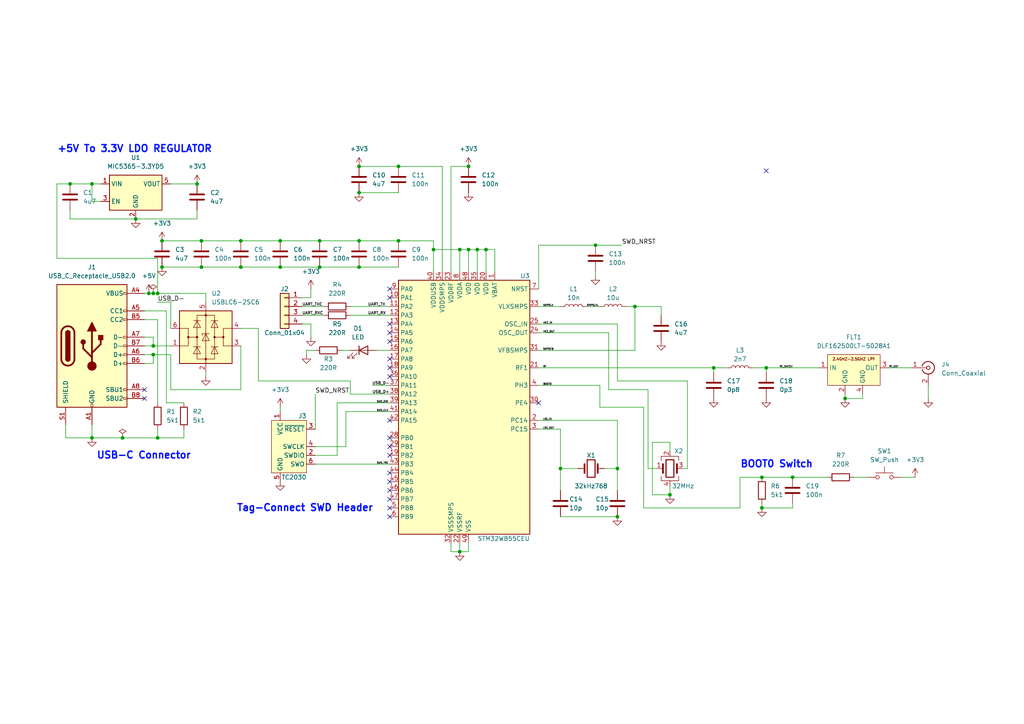
<source format=kicad_sch>
(kicad_sch (version 20230121) (generator eeschema)
  (paper "A4")
  (title_block (title "STM32 Bluetooth Hardware Design"))
  (lib_symbols
    (symbol "Connector:Conn_ARM_SWD_TagConnect_TC2030" (in_bom no)
      (property "Reference" "J" (at 2.54 11.43 0))
      (property "Value" "Conn_ARM_SWD_TagConnect_TC2030" (at 5.08 8.89 0))
      (symbol "Conn_ARM_SWD_TagConnect_TC2030_0_0"
        (pin power_in line (at -2.54 10.16 270) (length 2.54) (name "VCC") (number "1"))
        (pin bidirectional line (at 7.62 -2.54 180) (length 2.54) (name "SWDIO") (number "2"))
        (pin open_collector line (at 7.62 5.08 180) (length 2.54) (name "~{RESET}") (number "3"))
        (pin output line (at 7.62 0 180) (length 2.54) (name "SWCLK") (number "4"))
        (pin power_in line (at -2.54 -10.16 90) (length 2.54) (name "GND") (number "5"))
        (pin input line (at 7.62 -5.08 180) (length 2.54) (name "SWO") (number "6"))
      )
      (symbol "Conn_ARM_SWD_TagConnect_TC2030_0_1"
        (rectangle (start -5.08 7.62) (end 5.08 -7.62) (fill (type background)))
      )
    )
    (symbol "Connector:Conn_Coaxial" (pin_names (offset 1.016) hide)
      (property "Reference" "J" (at 0.254 3.048 0))
      (property "Value" "Conn_Coaxial" (at 2.921 0 90))
      (symbol "Conn_Coaxial_0_1"
        (arc (start -1.778 -0.508) (mid 0.2311 -1.8066) (end 1.778 0) (stroke (width 0.254)))
        (polyline (pts (xy -2.54 0) (xy -0.508 0)))
        (polyline (pts (xy 0 -2.54) (xy 0 -1.778)))
        (circle (center 0 0) (radius 0.508) (stroke (width 0.2032)))
        (arc (start 1.778 0) (mid 0.2099 1.8101) (end -1.778 0.508) (stroke (width 0.254)))
      )
      (symbol "Conn_Coaxial_1_1"
        (pin passive line (at -5.08 0 0) (length 2.54) (name "In") (number "1"))
        (pin passive line (at 0 -5.08 90) (length 2.54) (name "Ext") (number "2"))
      )
    )
    (symbol "Connector:USB_C_Receptacle_USB2.0_16P" (pin_names (offset 1.016))
      (property "Reference" "J" (at 0 22.225 0))
      (property "Value" "USB_C_Receptacle_USB2.0_16P" (at 0 19.685 0))
      (symbol "USB_C_Receptacle_USB2.0_16P_0_0"
        (rectangle (start -0.254 -17.78) (end 0.254 -16.764))
        (rectangle (start 10.16 -14.986) (end 9.144 -15.494))
        (rectangle (start 10.16 -12.446) (end 9.144 -12.954))
        (rectangle (start 10.16 -4.826) (end 9.144 -5.334))
        (rectangle (start 10.16 -2.286) (end 9.144 -2.794))
        (rectangle (start 10.16 0.254) (end 9.144 -0.254))
        (rectangle (start 10.16 2.794) (end 9.144 2.286))
        (rectangle (start 10.16 7.874) (end 9.144 7.366))
        (rectangle (start 10.16 10.414) (end 9.144 9.906))
        (rectangle (start 10.16 15.494) (end 9.144 14.986))
      )
      (symbol "USB_C_Receptacle_USB2.0_16P_0_1"
        (rectangle (start -10.16 17.78) (end 10.16 -17.78) (stroke (width 0.254)) (fill (type background)))
        (arc (start -8.89 -3.81) (mid -6.985 -5.7067) (end -5.08 -3.81) (stroke (width 0.508)))
        (arc (start -7.62 -3.81) (mid -6.985 -4.4423) (end -6.35 -3.81) (stroke (width 0.254)))
        (arc (start -7.62 -3.81) (mid -6.985 -4.4423) (end -6.35 -3.81) (stroke (width 0.254)) (fill (type outline)))
        (rectangle (start -7.62 -3.81) (end -6.35 3.81) (stroke (width 0.254)) (fill (type outline)))
        (arc (start -6.35 3.81) (mid -6.985 4.4423) (end -7.62 3.81) (stroke (width 0.254)))
        (arc (start -6.35 3.81) (mid -6.985 4.4423) (end -7.62 3.81) (stroke (width 0.254)) (fill (type outline)))
        (arc (start -5.08 3.81) (mid -6.985 5.7067) (end -8.89 3.81) (stroke (width 0.508)))
        (circle (center -2.54 1.143) (radius 0.635) (stroke (width 0.254)) (fill (type outline)))
        (circle (center 0 -5.842) (radius 1.27) (fill (type outline)))
        (polyline (pts (xy -8.89 -3.81) (xy -8.89 3.81)) (stroke (width 0.508)))
        (polyline (pts (xy -5.08 3.81) (xy -5.08 -3.81)) (stroke (width 0.508)))
        (polyline (pts (xy 0 -5.842) (xy 0 4.318)) (stroke (width 0.508)))
        (polyline (pts (xy 0 -3.302) (xy -2.54 -0.762) (xy -2.54 0.508)) (stroke (width 0.508)))
        (polyline (pts (xy 0 -2.032) (xy 2.54 0.508) (xy 2.54 1.778)) (stroke (width 0.508)))
        (polyline (pts (xy -1.27 4.318) (xy 0 6.858) (xy 1.27 4.318) (xy -1.27 4.318)) (stroke (width 0.254)) (fill (type outline)))
        (rectangle (start 1.905 1.778) (end 3.175 3.048) (stroke (width 0.254)) (fill (type outline)))
      )
      (symbol "USB_C_Receptacle_USB2.0_16P_1_1"
        (pin passive line (at 0 -22.86 90) (length 5.08) (name "GND") (number "A1"))
        (pin passive line (at 0 -22.86 90) (length 5.08) hide (name "GND") (number "A12"))
        (pin passive line (at 15.24 15.24 180) (length 5.08) (name "VBUS") (number "A4"))
        (pin bidirectional line (at 15.24 10.16 180) (length 5.08) (name "CC1") (number "A5"))
        (pin bidirectional line (at 15.24 -2.54 180) (length 5.08) (name "D+") (number "A6"))
        (pin bidirectional line (at 15.24 2.54 180) (length 5.08) (name "D-") (number "A7"))
        (pin bidirectional line (at 15.24 -12.7 180) (length 5.08) (name "SBU1") (number "A8"))
        (pin passive line (at 15.24 15.24 180) (length 5.08) hide (name "VBUS") (number "A9"))
        (pin passive line (at 0 -22.86 90) (length 5.08) hide (name "GND") (number "B1"))
        (pin passive line (at 0 -22.86 90) (length 5.08) hide (name "GND") (number "B12"))
        (pin passive line (at 15.24 15.24 180) (length 5.08) hide (name "VBUS") (number "B4"))
        (pin bidirectional line (at 15.24 7.62 180) (length 5.08) (name "CC2") (number "B5"))
        (pin bidirectional line (at 15.24 -5.08 180) (length 5.08) (name "D+") (number "B6"))
        (pin bidirectional line (at 15.24 0 180) (length 5.08) (name "D-") (number "B7"))
        (pin bidirectional line (at 15.24 -15.24 180) (length 5.08) (name "SBU2") (number "B8"))
        (pin passive line (at 15.24 15.24 180) (length 5.08) hide (name "VBUS") (number "B9"))
        (pin passive line (at -7.62 -22.86 90) (length 5.08) (name "SHIELD") (number "S1"))
      )
    )
    (symbol "Connector_Generic:Conn_01x04" (pin_names (offset 1.016) hide)
      (property "Reference" "J" (at 0 5.08 0))
      (property "Value" "Conn_01x04" (at 0 -7.62 0))
      (symbol "Conn_01x04_1_1"
        (rectangle (start -1.27 -4.953) (end 0 -5.207) (stroke (width 0.1524)))
        (rectangle (start -1.27 -2.413) (end 0 -2.667) (stroke (width 0.1524)))
        (rectangle (start -1.27 0.127) (end 0 -0.127) (stroke (width 0.1524)))
        (rectangle (start -1.27 2.667) (end 0 2.413) (stroke (width 0.1524)))
        (rectangle (start -1.27 3.81) (end 1.27 -6.35) (stroke (width 0.254)) (fill (type background)))
        (pin passive line (at -5.08 2.54 0) (length 3.81) (name "Pin_1") (number "1"))
        (pin passive line (at -5.08 0 0) (length 3.81) (name "Pin_2") (number "2"))
        (pin passive line (at -5.08 -2.54 0) (length 3.81) (name "Pin_3") (number "3"))
        (pin passive line (at -5.08 -5.08 0) (length 3.81) (name "Pin_4") (number "4"))
      )
    )
    (symbol "Device:C" (pin_numbers hide) (pin_names (offset 0.254))
      (property "Reference" "C" (at 0.635 2.54 0))
      (property "Value" "C" (at 0.635 -2.54 0))
      (symbol "C_0_1"
        (polyline (pts (xy -2.032 -0.762) (xy 2.032 -0.762)) (stroke (width 0.508)))
        (polyline (pts (xy -2.032 0.762) (xy 2.032 0.762)) (stroke (width 0.508)))
      )
      (symbol "C_1_1"
        (pin passive line (at 0 3.81 270) (length 2.794) (name "~") (number "1"))
        (pin passive line (at 0 -3.81 90) (length 2.794) (name "~") (number "2"))
      )
    )
    (symbol "Device:Crystal" (pin_numbers hide) (pin_names (offset 1.016) hide)
      (property "Reference" "Y" (at 0 3.81 0))
      (property "Value" "Crystal" (at 0 -3.81 0))
      (symbol "Crystal_0_1"
        (rectangle (start -1.143 2.54) (end 1.143 -2.54) (stroke (width 0.3048)))
        (polyline (pts (xy -2.54 0) (xy -1.905 0)))
        (polyline (pts (xy -1.905 -1.27) (xy -1.905 1.27)) (stroke (width 0.508)))
        (polyline (pts (xy 1.905 -1.27) (xy 1.905 1.27)) (stroke (width 0.508)))
        (polyline (pts (xy 2.54 0) (xy 1.905 0)))
      )
      (symbol "Crystal_1_1"
        (pin passive line (at -3.81 0 0) (length 1.27) (name "1") (number "1"))
        (pin passive line (at 3.81 0 180) (length 1.27) (name "2") (number "2"))
      )
    )
    (symbol "Device:Crystal_GND24" (pin_names (offset 1.016) hide)
      (property "Reference" "Y" (at 3.175 5.08 0))
      (property "Value" "Crystal_GND24" (at 3.175 3.175 0))
      (symbol "Crystal_GND24_0_1"
        (rectangle (start -1.143 2.54) (end 1.143 -2.54) (stroke (width 0.3048)))
        (polyline (pts (xy -2.54 0) (xy -2.032 0)))
        (polyline (pts (xy -2.032 -1.27) (xy -2.032 1.27)) (stroke (width 0.508)))
        (polyline (pts (xy 0 -3.81) (xy 0 -3.556)))
        (polyline (pts (xy 0 3.556) (xy 0 3.81)))
        (polyline (pts (xy 2.032 -1.27) (xy 2.032 1.27)) (stroke (width 0.508)))
        (polyline (pts (xy 2.032 0) (xy 2.54 0)))
        (polyline (pts (xy -2.54 -2.286) (xy -2.54 -3.556) (xy 2.54 -3.556) (xy 2.54 -2.286)))
        (polyline (pts (xy -2.54 2.286) (xy -2.54 3.556) (xy 2.54 3.556) (xy 2.54 2.286)))
      )
      (symbol "Crystal_GND24_1_1"
        (pin passive line (at -3.81 0 0) (length 1.27) (name "1") (number "1"))
        (pin passive line (at 0 5.08 270) (length 1.27) (name "2") (number "2"))
        (pin passive line (at 3.81 0 180) (length 1.27) (name "3") (number "3"))
        (pin passive line (at 0 -5.08 90) (length 1.27) (name "4") (number "4"))
      )
    )
    (symbol "Device:L" (pin_numbers hide) (pin_names (offset 1.016) hide)
      (property "Reference" "L" (at -1.27 0 90))
      (property "Value" "L" (at 1.905 0 90))
      (symbol "L_0_1"
        (arc (start 0 -2.54) (mid 0.6323 -1.905) (end 0 -1.27))
        (arc (start 0 -1.27) (mid 0.6323 -0.635) (end 0 0))
        (arc (start 0 0) (mid 0.6323 0.635) (end 0 1.27))
        (arc (start 0 1.27) (mid 0.6323 1.905) (end 0 2.54))
      )
      (symbol "L_1_1"
        (pin passive line (at 0 3.81 270) (length 1.27) (name "1") (number "1"))
        (pin passive line (at 0 -3.81 90) (length 1.27) (name "2") (number "2"))
      )
    )
    (symbol "Device:LED" (pin_numbers hide) (pin_names (offset 1.016) hide)
      (property "Reference" "D" (at 0 2.54 0))
      (property "Value" "LED" (at 0 -2.54 0))
      (symbol "LED_0_1"
        (polyline (pts (xy -1.27 -1.27) (xy -1.27 1.27)) (stroke (width 0.254)))
        (polyline (pts (xy -1.27 0) (xy 1.27 0)))
        (polyline (pts (xy 1.27 -1.27) (xy 1.27 1.27) (xy -1.27 0) (xy 1.27 -1.27)) (stroke (width 0.254)))
        (polyline (pts (xy -3.048 -0.762) (xy -4.572 -2.286) (xy -3.81 -2.286) (xy -4.572 -2.286) (xy -4.572 -1.524)))
        (polyline (pts (xy -1.778 -0.762) (xy -3.302 -2.286) (xy -2.54 -2.286) (xy -3.302 -2.286) (xy -3.302 -1.524)))
      )
      (symbol "LED_1_1"
        (pin passive line (at -3.81 0 0) (length 2.54) (name "K") (number "1"))
        (pin passive line (at 3.81 0 180) (length 2.54) (name "A") (number "2"))
      )
    )
    (symbol "Device:R" (pin_numbers hide) (pin_names (offset 0))
      (property "Reference" "R" (at 2.032 0 90))
      (property "Value" "R" (at 0 0 90))
      (symbol "R_0_1"
        (rectangle (start -1.016 -2.54) (end 1.016 2.54) (stroke (width 0.254)))
      )
      (symbol "R_1_1"
        (pin passive line (at 0 3.81 270) (length 1.27) (name "~") (number "1"))
        (pin passive line (at 0 -3.81 90) (length 1.27) (name "~") (number "2"))
      )
    )
    (symbol "MCU_ST_STM32WB:STM32WB55CEUx"
      (property "Reference" "U" (at -17.78 39.37 0))
      (property "Value" "STM32WB55CEUx" (at 12.7 39.37 0))
      (symbol "STM32WB55CEUx_0_1"
        (rectangle (start -17.78 -35.56) (end 20.32 38.1) (stroke (width 0.254)) (fill (type background)))
      )
      (symbol "STM32WB55CEUx_1_1"
        (pin power_in line (at -7.62 40.64 270) (length 2.54) (name "VBAT") (number "1"))
        (pin bidirectional line (at 22.86 33.02 180) (length 2.54) (name "PA1") (number "10"))
        (pin bidirectional line (at 22.86 30.48 180) (length 2.54) (name "PA2") (number "11"))
        (pin bidirectional line (at 22.86 27.94 180) (length 2.54) (name "PA3") (number "12"))
        (pin bidirectional line (at 22.86 25.4 180) (length 2.54) (name "PA4") (number "13"))
        (pin bidirectional line (at 22.86 22.86 180) (length 2.54) (name "PA5") (number "14"))
        (pin bidirectional line (at 22.86 20.32 180) (length 2.54) (name "PA6") (number "15"))
        (pin bidirectional line (at 22.86 17.78 180) (length 2.54) (name "PA7") (number "16"))
        (pin bidirectional line (at 22.86 15.24 180) (length 2.54) (name "PA8") (number "17"))
        (pin bidirectional line (at 22.86 12.7 180) (length 2.54) (name "PA9") (number "18"))
        (pin bidirectional line (at 22.86 -12.7 180) (length 2.54) (name "PB2") (number "19"))
        (pin bidirectional line (at -20.32 -2.54 0) (length 2.54) (name "PC14") (number "2"))
        (pin power_in line (at -5.08 40.64 270) (length 2.54) (name "VDD") (number "20"))
        (pin bidirectional line (at -20.32 12.7 0) (length 2.54) (name "RF1") (number "21"))
        (pin power_in line (at 2.54 -38.1 90) (length 2.54) (name "VSSRF") (number "22"))
        (pin power_in line (at 5.08 40.64 270) (length 2.54) (name "VDDRF") (number "23"))
        (pin input line (at -20.32 22.86 0) (length 2.54) (name "OSC_OUT") (number "24"))
        (pin input line (at -20.32 25.4 0) (length 2.54) (name "OSC_IN") (number "25"))
        (pin no_connect line (at -17.78 -35.56 0) (length 2.54) hide (name "AT0") (number "26"))
        (pin no_connect line (at -17.78 -33.02 0) (length 2.54) hide (name "AT1") (number "27"))
        (pin bidirectional line (at 22.86 -7.62 180) (length 2.54) (name "PB0") (number "28"))
        (pin bidirectional line (at 22.86 -10.16 180) (length 2.54) (name "PB1") (number "29"))
        (pin bidirectional line (at -20.32 -5.08 0) (length 2.54) (name "PC15") (number "3"))
        (pin bidirectional line (at -20.32 2.54 0) (length 2.54) (name "PE4") (number "30"))
        (pin input line (at -20.32 17.78 0) (length 2.54) (name "VFBSMPS") (number "31"))
        (pin power_in line (at 5.08 -38.1 90) (length 2.54) (name "VSSSMPS") (number "32"))
        (pin power_in line (at -20.32 30.48 0) (length 2.54) (name "VLXSMPS") (number "33"))
        (pin power_in line (at 7.62 40.64 270) (length 2.54) (name "VDDSMPS") (number "34"))
        (pin power_in line (at -2.54 40.64 270) (length 2.54) (name "VDD") (number "35"))
        (pin bidirectional line (at 22.86 10.16 180) (length 2.54) (name "PA10") (number "36"))
        (pin bidirectional line (at 22.86 7.62 180) (length 2.54) (name "PA11") (number "37"))
        (pin bidirectional line (at 22.86 5.08 180) (length 2.54) (name "PA12") (number "38"))
        (pin bidirectional line (at 22.86 2.54 180) (length 2.54) (name "PA13") (number "39"))
        (pin bidirectional line (at -20.32 7.62 0) (length 2.54) (name "PH3") (number "4"))
        (pin power_in line (at 10.16 40.64 270) (length 2.54) (name "VDDUSB") (number "40"))
        (pin bidirectional line (at 22.86 0 180) (length 2.54) (name "PA14") (number "41"))
        (pin bidirectional line (at 22.86 -2.54 180) (length 2.54) (name "PA15") (number "42"))
        (pin bidirectional line (at 22.86 -15.24 180) (length 2.54) (name "PB3") (number "43"))
        (pin bidirectional line (at 22.86 -17.78 180) (length 2.54) (name "PB4") (number "44"))
        (pin bidirectional line (at 22.86 -20.32 180) (length 2.54) (name "PB5") (number "45"))
        (pin bidirectional line (at 22.86 -22.86 180) (length 2.54) (name "PB6") (number "46"))
        (pin bidirectional line (at 22.86 -25.4 180) (length 2.54) (name "PB7") (number "47"))
        (pin power_in line (at 0 40.64 270) (length 2.54) (name "VDD") (number "48"))
        (pin power_in line (at 0 -38.1 90) (length 2.54) (name "VSS") (number "49"))
        (pin bidirectional line (at 22.86 -27.94 180) (length 2.54) (name "PB8") (number "5"))
        (pin bidirectional line (at 22.86 -30.48 180) (length 2.54) (name "PB9") (number "6"))
        (pin input line (at -20.32 35.56 0) (length 2.54) (name "NRST") (number "7"))
        (pin power_in line (at 2.54 40.64 270) (length 2.54) (name "VDDA") (number "8"))
        (pin bidirectional line (at 22.86 35.56 180) (length 2.54) (name "PA0") (number "9"))
      )
    )
    (symbol "New_Library:DLF162500LT-5028A1"
      (property "Reference" "FLT" (at 0 7.62 0))
      (property "Value" "DLF162500LT-5028A1" (at 0 5.08 0))
      (symbol "DLF162500LT-5028A1_0_0"
        (pin passive line (at -10.16 0 0) (length 2.54) (name "IN") (number "1"))
        (pin passive line (at -2.54 -7.62 90) (length 2.54) (name "GND") (number "2"))
        (pin passive line (at 10.16 0 180) (length 2.54) (name "OUT") (number "3"))
        (pin passive line (at 2.54 -7.62 90) (length 2.54) (name "GND") (number "4"))
      )
      (symbol "DLF162500LT-5028A1_1_1"
        (rectangle (start -7.62 3.81) (end 7.62 -5.08) (fill (type background)))
        (text "2.4GHZ-2.5GHZ LPF" (at 0 2.54 0) (effects (font (size 0.8 0.8))))
      )
    )
    (symbol "Power_Protection:USBLC6-2SC6" (pin_names hide)
      (property "Reference" "U" (at 2.54 8.89 0))
      (property "Value" "USBLC6-2SC6" (at 2.54 -8.89 0))
      (symbol "USBLC6-2SC6_0_1"
        (rectangle (start -7.62 -7.62) (end 7.62 7.62) (stroke (width 0.254)) (fill (type background)))
        (circle (center -5.08 0) (radius 0.254) (fill (type outline)))
        (circle (center -2.54 0) (radius 0.254) (fill (type outline)))
        (rectangle (start -2.54 6.35) (end 2.54 -6.35))
        (circle (center 0 -6.35) (radius 0.254) (fill (type outline)))
        (polyline (pts (xy -5.08 -2.54) (xy -7.62 -2.54)))
        (polyline (pts (xy -5.08 0) (xy -5.08 -2.54)))
        (polyline (pts (xy -5.08 2.54) (xy -7.62 2.54)))
        (polyline (pts (xy -1.524 -2.794) (xy -3.556 -2.794)))
        (polyline (pts (xy -1.524 4.826) (xy -3.556 4.826)))
        (polyline (pts (xy 0 -7.62) (xy 0 -6.35)))
        (polyline (pts (xy 0 -6.35) (xy 0 1.27)))
        (polyline (pts (xy 0 1.27) (xy 0 6.35)))
        (polyline (pts (xy 0 6.35) (xy 0 7.62)))
        (polyline (pts (xy 1.524 -2.794) (xy 3.556 -2.794)))
        (polyline (pts (xy 1.524 4.826) (xy 3.556 4.826)))
        (polyline (pts (xy 5.08 -2.54) (xy 7.62 -2.54)))
        (polyline (pts (xy 5.08 0) (xy 5.08 -2.54)))
        (polyline (pts (xy 5.08 2.54) (xy 7.62 2.54)))
        (polyline (pts (xy -2.54 0) (xy -5.08 0) (xy -5.08 2.54)))
        (polyline (pts (xy 2.54 0) (xy 5.08 0) (xy 5.08 2.54)))
        (polyline (pts (xy -3.556 -4.826) (xy -1.524 -4.826) (xy -2.54 -2.794) (xy -3.556 -4.826)))
        (polyline (pts (xy -3.556 2.794) (xy -1.524 2.794) (xy -2.54 4.826) (xy -3.556 2.794)))
        (polyline (pts (xy -1.016 -1.016) (xy 1.016 -1.016) (xy 0 1.016) (xy -1.016 -1.016)))
        (polyline (pts (xy 1.016 1.016) (xy 0.762 1.016) (xy -1.016 1.016) (xy -1.016 0.508)))
        (polyline (pts (xy 3.556 -4.826) (xy 1.524 -4.826) (xy 2.54 -2.794) (xy 3.556 -4.826)))
        (polyline (pts (xy 3.556 2.794) (xy 1.524 2.794) (xy 2.54 4.826) (xy 3.556 2.794)))
        (circle (center 0 6.35) (radius 0.254) (fill (type outline)))
        (circle (center 2.54 0) (radius 0.254) (fill (type outline)))
        (circle (center 5.08 0) (radius 0.254) (fill (type outline)))
      )
      (symbol "USBLC6-2SC6_1_1"
        (pin passive line (at -10.16 -2.54 0) (length 2.54) (name "I/O1") (number "1"))
        (pin passive line (at 0 -10.16 90) (length 2.54) (name "GND") (number "2"))
        (pin passive line (at 10.16 -2.54 180) (length 2.54) (name "I/O2") (number "3"))
        (pin passive line (at 10.16 2.54 180) (length 2.54) (name "I/O2") (number "4"))
        (pin passive line (at 0 10.16 270) (length 2.54) (name "VBUS") (number "5"))
        (pin passive line (at -10.16 2.54 0) (length 2.54) (name "I/O1") (number "6"))
      )
    )
    (symbol "Regulator_Linear:MIC5365-3.3YD5"
      (property "Reference" "U" (at -7.62 6.35 0))
      (property "Value" "MIC5365-3.3YD5" (at 0 6.35 0))
      (symbol "MIC5365-3.3YD5_0_1"
        (rectangle (start -7.62 -5.08) (end 7.62 5.08) (stroke (width 0.254)) (fill (type background)))
      )
      (symbol "MIC5365-3.3YD5_1_1"
        (pin power_in line (at -10.16 2.54 0) (length 2.54) (name "VIN") (number "1"))
        (pin power_in line (at 0 -7.62 90) (length 2.54) (name "GND") (number "2"))
        (pin input line (at -10.16 -2.54 0) (length 2.54) (name "EN") (number "3"))
        (pin no_connect line (at 7.62 -2.54 180) (length 2.54) hide (name "NC") (number "4"))
        (pin power_out line (at 10.16 2.54 180) (length 2.54) (name "VOUT") (number "5"))
      )
    )
    (symbol "Switch:SW_Push" (pin_numbers hide) (pin_names (offset 1.016) hide)
      (property "Reference" "SW" (at 1.27 2.54 0))
      (property "Value" "SW_Push" (at 0 -1.524 0))
      (symbol "SW_Push_0_1"
        (circle (center -2.032 0) (radius 0.508))
        (polyline (pts (xy 0 1.27) (xy 0 3.048)))
        (polyline (pts (xy 2.54 1.27) (xy -2.54 1.27)))
        (circle (center 2.032 0) (radius 0.508))
        (pin passive line (at -5.08 0 0) (length 2.54) (name "1") (number "1"))
        (pin passive line (at 5.08 0 180) (length 2.54) (name "2") (number "2"))
      )
    )
    (symbol "power:+3V3" (power) (pin_names (offset 0))
      (property "Value" "+3V3" (at 0 3.556 0))
      (symbol "+3V3_0_1"
        (polyline (pts (xy -0.762 1.27) (xy 0 2.54)))
        (polyline (pts (xy 0 0) (xy 0 2.54)))
        (polyline (pts (xy 0 2.54) (xy 0.762 1.27)))
      )
      (symbol "+3V3_1_1"
        (pin power_in line (at 0 0 90) (length 0) hide (name "+3V3") (number "1"))
      )
    )
    (symbol "power:+5V" (power) (pin_names (offset 0))
      (property "Value" "+5V" (at 0 3.556 0))
      (symbol "+5V_0_1"
        (polyline (pts (xy -0.762 1.27) (xy 0 2.54)))
        (polyline (pts (xy 0 0) (xy 0 2.54)))
        (polyline (pts (xy 0 2.54) (xy 0.762 1.27)))
      )
      (symbol "+5V_1_1"
        (pin power_in line (at 0 0 90) (length 0) hide (name "+5V") (number "1"))
      )
    )
    (symbol "power:GND" (power) (pin_names (offset 0))
      (property "Value" "GND" (at 0 -3.81 0))
      (symbol "GND_0_1"
        (polyline (pts (xy 0 0) (xy 0 -1.27) (xy 1.27 -1.27) (xy 0 -2.54) (xy -1.27 -1.27) (xy 0 -1.27)))
      )
      (symbol "GND_1_1"
        (pin power_in line (at 0 0 270) (length 0) hide (name "GND") (number "1"))
      )
    )
    (symbol "power:PWR_FLAG" (power) (pin_numbers hide) (pin_names (offset 0) hide)
      (property "Value" "PWR_FLAG" (at 0 3.81 0))
      (symbol "PWR_FLAG_0_0"
        (pin power_out line (at 0 0 90) (length 0) (name "pwr") (number "1"))
      )
      (symbol "PWR_FLAG_0_1"
        (polyline (pts (xy 0 0) (xy 0 1.27) (xy -1.016 1.905) (xy 0 2.54) (xy 1.016 1.905) (xy 0 1.27)))
      )
    )
  )
  (junction (at 220.98 138.43))
  (junction (at 26.67 127))
  (junction (at 69.85 77.47))
  (junction (at 92.71 69.85))
  (junction (at 104.14 77.47))
  (junction (at 133.35 160.02))
  (junction (at 140.97 72.39))
  (junction (at 115.57 48.26))
  (junction (at 45.72 85.09))
  (junction (at 44.45 102.87))
  (junction (at 179.07 149.86))
  (junction (at 46.99 69.85))
  (junction (at 135.89 48.26))
  (junction (at 43.18 85.09))
  (junction (at 104.14 55.88))
  (junction (at 125.73 72.39))
  (junction (at 104.14 69.85))
  (junction (at 58.42 77.47))
  (junction (at 104.14 48.26))
  (junction (at 81.28 69.85))
  (junction (at 92.71 77.47))
  (junction (at 58.42 69.85))
  (junction (at 184.15 88.9))
  (junction (at 20.32 53.34))
  (junction (at 57.15 53.34))
  (junction (at 162.56 135.89))
  (junction (at 133.35 72.39))
  (junction (at 45.72 127))
  (junction (at 26.67 53.34))
  (junction (at 135.89 72.39))
  (junction (at 220.98 147.32))
  (junction (at 172.72 71.12))
  (junction (at 179.07 135.89))
  (junction (at 115.57 69.85))
  (junction (at 222.25 106.68))
  (junction (at 44.45 100.33))
  (junction (at 194.31 143.51))
  (junction (at 245.11 115.57))
  (junction (at 229.87 138.43))
  (junction (at 69.85 69.85))
  (junction (at 46.99 77.47))
  (junction (at 39.37 63.5))
  (junction (at 81.28 77.47))
  (junction (at 207.01 106.68))
  (junction (at 138.43 72.39))
  (junction (at 35.56 127))
  (junction (at 44.45 85.09))
  (no_connect (at 156.21 116.84))
  (no_connect (at 113.03 121.92))
  (no_connect (at 113.03 147.32))
  (no_connect (at 113.03 106.68))
  (no_connect (at 41.91 115.57))
  (no_connect (at 113.03 142.24))
  (no_connect (at 113.03 139.7))
  (no_connect (at 113.03 83.82))
  (no_connect (at 113.03 132.08))
  (no_connect (at 113.03 127))
  (no_connect (at 222.25 49.53))
  (no_connect (at 113.03 144.78))
  (no_connect (at 113.03 86.36))
  (no_connect (at 113.03 109.22))
  (no_connect (at 113.03 104.14))
  (no_connect (at 113.03 96.52))
  (no_connect (at 113.03 93.98))
  (no_connect (at 113.03 149.86))
  (no_connect (at 113.03 137.16))
  (no_connect (at 113.03 99.06))
  (no_connect (at 113.03 129.54))
  (no_connect (at 41.91 113.03))
  (wire (pts (xy 125.73 78.74) (xy 125.73 72.39)))
  (wire (pts (xy 107.95 111.76) (xy 113.03 111.76)))
  (wire (pts (xy 175.26 135.89) (xy 179.07 135.89)))
  (wire (pts (xy 101.6 114.3) (xy 113.03 114.3)))
  (wire (pts (xy 245.11 114.3) (xy 245.11 115.57)))
  (wire (pts (xy 97.79 116.84) (xy 113.03 116.84)))
  (wire (pts (xy 135.89 157.48) (xy 135.89 160.02)))
  (wire (pts (xy 46.99 69.85) (xy 58.42 69.85)))
  (wire (pts (xy 87.63 93.98) (xy 90.17 93.98)))
  (wire (pts (xy 91.44 101.6) (xy 88.9 101.6)))
  (wire (pts (xy 207.01 106.68) (xy 210.82 106.68)))
  (wire (pts (xy 19.05 123.19) (xy 19.05 127)))
  (wire (pts (xy 92.71 77.47) (xy 104.14 77.47)))
  (wire (pts (xy 104.14 48.26) (xy 115.57 48.26)))
  (wire (pts (xy 100.33 129.54) (xy 91.44 129.54)))
  (wire (pts (xy 261.62 138.43) (xy 265.43 138.43)))
  (wire (pts (xy 101.6 110.49) (xy 74.93 110.49)))
  (wire (pts (xy 156.21 93.98) (xy 179.07 93.98)))
  (wire (pts (xy 179.07 93.98) (xy 179.07 110.49)))
  (wire (pts (xy 69.85 69.85) (xy 81.28 69.85)))
  (wire (pts (xy 100.33 119.38) (xy 100.33 129.54)))
  (wire (pts (xy 218.44 106.68) (xy 222.25 106.68)))
  (wire (pts (xy 130.81 48.26) (xy 135.89 48.26)))
  (wire (pts (xy 29.21 53.34) (xy 26.67 53.34)))
  (wire (pts (xy 58.42 77.47) (xy 69.85 77.47)))
  (wire (pts (xy 143.51 78.74) (xy 143.51 72.39)))
  (wire (pts (xy 220.98 146.05) (xy 220.98 147.32)))
  (wire (pts (xy 186.69 118.11) (xy 186.69 147.32)))
  (wire (pts (xy 45.72 127) (xy 45.72 124.46)))
  (wire (pts (xy 97.79 132.08) (xy 97.79 116.84)))
  (wire (pts (xy 90.17 86.36) (xy 90.17 83.82)))
  (wire (pts (xy 26.67 53.34) (xy 20.32 53.34)))
  (wire (pts (xy 59.69 107.95) (xy 59.69 109.22)))
  (wire (pts (xy 257.81 106.68) (xy 264.16 106.68)))
  (wire (pts (xy 59.69 85.09) (xy 59.69 87.63)))
  (wire (pts (xy 41.91 102.87) (xy 44.45 102.87)))
  (wire (pts (xy 74.93 110.49) (xy 74.93 95.25)))
  (wire (pts (xy 133.35 72.39) (xy 125.73 72.39)))
  (wire (pts (xy 26.67 127) (xy 35.56 127)))
  (wire (pts (xy 162.56 135.89) (xy 162.56 142.24)))
  (wire (pts (xy 46.99 77.47) (xy 58.42 77.47)))
  (wire (pts (xy 135.89 72.39) (xy 133.35 72.39)))
  (wire (pts (xy 81.28 77.47) (xy 92.71 77.47)))
  (wire (pts (xy 130.81 160.02) (xy 133.35 160.02)))
  (wire (pts (xy 48.26 116.84) (xy 53.34 116.84)))
  (wire (pts (xy 91.44 134.62) (xy 113.03 134.62)))
  (wire (pts (xy 53.34 124.46) (xy 53.34 127)))
  (wire (pts (xy 156.21 101.6) (xy 184.15 101.6)))
  (wire (pts (xy 20.32 63.5) (xy 20.32 60.96)))
  (wire (pts (xy 133.35 157.48) (xy 133.35 160.02)))
  (wire (pts (xy 220.98 138.43) (xy 229.87 138.43)))
  (wire (pts (xy 162.56 135.89) (xy 167.64 135.89)))
  (wire (pts (xy 41.91 92.71) (xy 45.72 92.71)))
  (wire (pts (xy 49.53 53.34) (xy 57.15 53.34)))
  (wire (pts (xy 26.67 123.19) (xy 26.67 127)))
  (wire (pts (xy 87.63 91.44) (xy 93.98 91.44)))
  (wire (pts (xy 214.63 138.43) (xy 220.98 138.43)))
  (wire (pts (xy 135.89 160.02) (xy 133.35 160.02)))
  (wire (pts (xy 187.96 135.89) (xy 190.5 135.89)))
  (wire (pts (xy 214.63 147.32) (xy 214.63 138.43)))
  (wire (pts (xy 45.72 92.71) (xy 45.72 116.84)))
  (wire (pts (xy 125.73 72.39) (xy 125.73 69.85)))
  (wire (pts (xy 140.97 72.39) (xy 140.97 78.74)))
  (wire (pts (xy 44.45 97.79) (xy 44.45 100.33)))
  (wire (pts (xy 45.72 87.63) (xy 49.53 87.63)))
  (wire (pts (xy 229.87 138.43) (xy 240.03 138.43)))
  (wire (pts (xy 87.63 88.9) (xy 93.98 88.9)))
  (wire (pts (xy 179.07 121.92) (xy 179.07 135.89)))
  (wire (pts (xy 186.69 147.32) (xy 214.63 147.32)))
  (wire (pts (xy 181.61 88.9) (xy 184.15 88.9)))
  (wire (pts (xy 199.39 110.49) (xy 199.39 135.89)))
  (wire (pts (xy 49.53 95.25) (xy 49.53 87.63)))
  (wire (pts (xy 41.91 90.17) (xy 48.26 90.17)))
  (wire (pts (xy 49.53 102.87) (xy 49.53 113.03)))
  (wire (pts (xy 229.87 146.05) (xy 229.87 147.32)))
  (wire (pts (xy 44.45 102.87) (xy 49.53 102.87)))
  (wire (pts (xy 247.65 138.43) (xy 251.46 138.43)))
  (wire (pts (xy 187.96 113.03) (xy 187.96 135.89)))
  (wire (pts (xy 184.15 101.6) (xy 184.15 88.9)))
  (wire (pts (xy 189.23 128.27) (xy 194.31 128.27)))
  (wire (pts (xy 184.15 88.9) (xy 191.77 88.9)))
  (wire (pts (xy 130.81 157.48) (xy 130.81 160.02)))
  (wire (pts (xy 29.21 58.42) (xy 26.67 58.42)))
  (wire (pts (xy 104.14 55.88) (xy 115.57 55.88)))
  (wire (pts (xy 191.77 88.9) (xy 191.77 91.44)))
  (wire (pts (xy 222.25 106.68) (xy 237.49 106.68)))
  (wire (pts (xy 138.43 72.39) (xy 138.43 78.74)))
  (wire (pts (xy 109.22 101.6) (xy 113.03 101.6)))
  (wire (pts (xy 207.01 106.68) (xy 207.01 107.95)))
  (wire (pts (xy 245.11 115.57) (xy 250.19 115.57)))
  (wire (pts (xy 250.19 115.57) (xy 250.19 114.3)))
  (wire (pts (xy 101.6 91.44) (xy 113.03 91.44)))
  (wire (pts (xy 45.72 74.93) (xy 45.72 85.09)))
  (wire (pts (xy 41.91 100.33) (xy 44.45 100.33)))
  (wire (pts (xy 91.44 114.3) (xy 91.44 124.46)))
  (wire (pts (xy 104.14 77.47) (xy 115.57 77.47)))
  (wire (pts (xy 69.85 113.03) (xy 69.85 100.33)))
  (wire (pts (xy 156.21 96.52) (xy 176.53 96.52)))
  (wire (pts (xy 91.44 132.08) (xy 97.79 132.08)))
  (wire (pts (xy 101.6 88.9) (xy 113.03 88.9)))
  (wire (pts (xy 130.81 78.74) (xy 130.81 48.26)))
  (wire (pts (xy 156.21 71.12) (xy 172.72 71.12)))
  (wire (pts (xy 45.72 85.09) (xy 59.69 85.09)))
  (wire (pts (xy 81.28 69.85) (xy 92.71 69.85)))
  (wire (pts (xy 156.21 88.9) (xy 162.56 88.9)))
  (wire (pts (xy 162.56 149.86) (xy 179.07 149.86)))
  (wire (pts (xy 92.71 69.85) (xy 104.14 69.85)))
  (wire (pts (xy 140.97 72.39) (xy 138.43 72.39)))
  (wire (pts (xy 156.21 83.82) (xy 156.21 71.12)))
  (wire (pts (xy 176.53 96.52) (xy 176.53 113.03)))
  (wire (pts (xy 179.07 110.49) (xy 199.39 110.49)))
  (wire (pts (xy 156.21 106.68) (xy 207.01 106.68)))
  (wire (pts (xy 128.27 48.26) (xy 128.27 78.74)))
  (wire (pts (xy 269.24 111.76) (xy 269.24 115.57)))
  (wire (pts (xy 43.18 85.09) (xy 44.45 85.09)))
  (wire (pts (xy 162.56 124.46) (xy 162.56 135.89)))
  (wire (pts (xy 44.45 100.33) (xy 49.53 100.33)))
  (wire (pts (xy 19.05 127) (xy 26.67 127)))
  (wire (pts (xy 41.91 97.79) (xy 44.45 97.79)))
  (wire (pts (xy 156.21 121.92) (xy 179.07 121.92)))
  (wire (pts (xy 173.99 118.11) (xy 186.69 118.11)))
  (wire (pts (xy 57.15 60.96) (xy 57.15 63.5)))
  (wire (pts (xy 48.26 90.17) (xy 48.26 116.84)))
  (wire (pts (xy 87.63 86.36) (xy 90.17 86.36)))
  (wire (pts (xy 170.18 88.9) (xy 173.99 88.9)))
  (wire (pts (xy 113.03 119.38) (xy 100.33 119.38)))
  (wire (pts (xy 74.93 95.25) (xy 69.85 95.25)))
  (wire (pts (xy 49.53 113.03) (xy 69.85 113.03)))
  (wire (pts (xy 41.91 105.41) (xy 44.45 105.41)))
  (wire (pts (xy 156.21 124.46) (xy 162.56 124.46)))
  (wire (pts (xy 39.37 63.5) (xy 20.32 63.5)))
  (wire (pts (xy 57.15 63.5) (xy 39.37 63.5)))
  (wire (pts (xy 35.56 127) (xy 45.72 127)))
  (wire (pts (xy 26.67 58.42) (xy 26.67 53.34)))
  (wire (pts (xy 229.87 147.32) (xy 220.98 147.32)))
  (wire (pts (xy 156.21 111.76) (xy 173.99 111.76)))
  (wire (pts (xy 69.85 77.47) (xy 81.28 77.47)))
  (wire (pts (xy 173.99 111.76) (xy 173.99 118.11)))
  (wire (pts (xy 189.23 143.51) (xy 194.31 143.51)))
  (wire (pts (xy 138.43 72.39) (xy 135.89 72.39)))
  (wire (pts (xy 172.72 78.74) (xy 172.72 80.01)))
  (wire (pts (xy 58.42 69.85) (xy 69.85 69.85)))
  (wire (pts (xy 44.45 105.41) (xy 44.45 102.87)))
  (wire (pts (xy 135.89 72.39) (xy 135.89 78.74)))
  (wire (pts (xy 176.53 113.03) (xy 187.96 113.03)))
  (wire (pts (xy 16.51 53.34) (xy 16.51 74.93)))
  (wire (pts (xy 41.91 85.09) (xy 43.18 85.09)))
  (wire (pts (xy 101.6 114.3) (xy 101.6 110.49)))
  (wire (pts (xy 16.51 74.93) (xy 45.72 74.93)))
  (wire (pts (xy 125.73 69.85) (xy 115.57 69.85)))
  (wire (pts (xy 143.51 72.39) (xy 140.97 72.39)))
  (wire (pts (xy 194.31 130.81) (xy 194.31 128.27)))
  (wire (pts (xy 88.9 101.6) (xy 88.9 102.87)))
  (wire (pts (xy 81.28 118.11) (xy 81.28 119.38)))
  (wire (pts (xy 99.06 101.6) (xy 101.6 101.6)))
  (wire (pts (xy 172.72 71.12) (xy 180.34 71.12)))
  (wire (pts (xy 20.32 53.34) (xy 16.51 53.34)))
  (wire (pts (xy 194.31 143.51) (xy 194.31 140.97)))
  (wire (pts (xy 179.07 135.89) (xy 179.07 142.24)))
  (wire (pts (xy 189.23 128.27) (xy 189.23 143.51)))
  (wire (pts (xy 104.14 69.85) (xy 115.57 69.85)))
  (wire (pts (xy 115.57 48.26) (xy 128.27 48.26)))
  (wire (pts (xy 222.25 106.68) (xy 222.25 107.95)))
  (wire (pts (xy 53.34 127) (xy 45.72 127)))
  (wire (pts (xy 133.35 72.39) (xy 133.35 78.74)))
  (wire (pts (xy 44.45 85.09) (xy 45.72 85.09)))
  (wire (pts (xy 199.39 135.89) (xy 198.12 135.89)))
  (wire (pts (xy 90.17 93.98) (xy 90.17 97.79)))
  (text "Tag-Connect SWD Header\n" (at 68.58 148.59 0) (effects (font (size 2 2) (thickness 0.4) bold) (justify left bottom)))
  (text "BOOT0 Switch\n" (at 214.63 135.89 0) (effects (font (size 2 2) (thickness 0.4) bold) (justify left bottom)))
  (text "+5V To 3.3V LDO REGULATOR" (at 16.51 44.45 0) (effects (font (size 2 2) (thickness 0.4) bold) (justify left bottom)))
  (text "USB-C Connector\n" (at 27.94 133.35 0) (effects (font (size 2 2) (thickness 0.4) bold) (justify left bottom)))
  (label "SMPSLXL" (at 170.18 88.9 0) (effects (font (size 0.5 0.5))))
  (label "SMPSLX" (at 157.48 88.9 0) (effects (font (size 0.5 0.5))))
  (label "SWD_NRST" (at 180.34 71.12 0))
  (label "SWD_CLK" (at 109.22 119.38 0) (effects (font (size 0.5 0.5))))
  (label "UART_TXC" (at 87.63 88.9 0) (effects (font (size 0.8 0.8))))
  (label "SMPSFB" (at 157.48 101.6 0) (effects (font (size 0.5 0.5))))
  (label "RF_ANT" (at 257.81 106.68 0) (effects (font (size 0.5 0.5))))
  (label "SWD_TRC" (at 109.22 134.62 0) (effects (font (size 0.5 0.5))))
  (label "RF" (at 157.48 106.68 0) (effects (font (size 0.5 0.5))))
  (label "USB_D+" (at 107.95 114.3 0) (effects (font (size 0.8 0.8))))
  (label "SWD_DIO" (at 109.22 116.84 0) (effects (font (size 0.5 0.5))))
  (label "BOOT0" (at 157.48 111.76 0) (effects (font (size 0.5 0.5))))
  (label "HCE_OUT" (at 157.48 96.52 0) (effects (font (size 0.5 0.5))))
  (label "LSE_IN" (at 157.48 121.92 0) (effects (font (size 0.5 0.5))))
  (label "HCE_IN" (at 157.48 93.98 0) (effects (font (size 0.5 0.5))))
  (label "UART_RX" (at 106.68 91.44 0) (effects (font (size 0.8 0.8))))
  (label "LSE_OUT" (at 157.48 124.46 0) (effects (font (size 0.5 0.5))))
  (label "UART_RXC" (at 87.63 91.44 0) (effects (font (size 0.8 0.8))))
  (label "RF_MATCH" (at 226.06 106.68 0) (effects (font (size 0.5 0.5))))
  (label "SWD_NRST" (at 91.44 114.3 0))
  (label "UART_TX" (at 106.68 88.9 0) (effects (font (size 0.8 0.8))))
  (label "USB_D-" (at 107.95 111.76 0) (effects (font (size 0.8 0.8))))
  (label "USB_D-" (at 45.72 87.63 0))
  (symbol (lib_id "power:GND") (at 59.69 109.22 0) (unit 1)
    (property "Reference" "#PWR07" (effects hide))
    (property "Value" "GND" (effects hide))
  )
  (symbol (lib_id "power:+3V3") (at 81.28 118.11 0) (unit 1)
    (property "Reference" "#PWR027" (effects hide))
    (property "Value" "+3V3" (at 81.28 113.03 0))
  )
  (symbol (lib_id "Device:C") (at 20.32 57.15 0) (unit 1)
    (property "Reference" "C1" (at 24.13 55.88 0) (effects (justify left)))
    (property "Value" "4u7" (at 24.13 58.42 0) (effects (justify left)))
    (property "Footprint" "Capacitor_SMD:C_0603_1608Metric" (effects hide))
  )
  (symbol (lib_id "Device:Crystal_GND24") (at 194.31 135.89 0) (unit 1)
    (property "Reference" "X2" (at 196.85 130.81 0))
    (property "Value" "32MHz" (at 198.12 140.97 0))
    (property "Footprint" "Crystal:Crystal_SMD_2016-4Pin_2.0x1.6mm" (effects hide))
  )
  (symbol (lib_id "Device:R") (at 95.25 101.6 90) (unit 1)
    (property "Reference" "R3" (at 95.25 104.14 90))
    (property "Value" "220R" (at 95.25 106.68 90))
    (property "Footprint" "Resistor_SMD:R_0402_1005Metric" (effects hide))
  )
  (symbol (lib_id "Device:C") (at 172.72 74.93 0) (unit 1)
    (property "Reference" "C13" (at 176.53 73.66 0) (effects (justify left)))
    (property "Value" "100n" (at 176.53 76.2 0) (effects (justify left)))
    (property "Footprint" "Capacitor_SMD:C_0402_1005Metric" (effects hide))
  )
  (symbol (lib_id "Device:C") (at 207.01 111.76 0) (unit 1)
    (property "Reference" "C17" (at 210.82 110.49 0) (effects (justify left)))
    (property "Value" "0p8" (at 210.82 113.03 0) (effects (justify left)))
    (property "Footprint" "Capacitor_SMD:C_0402_1005Metric" (effects hide))
  )
  (symbol (lib_id "power:GND") (at 46.99 77.47 0) (unit 1)
    (property "Reference" "#PWR05" (effects hide))
    (property "Value" "GND" (effects hide))
  )
  (symbol (lib_id "Device:C") (at 104.14 52.07 0) (unit 1)
    (property "Reference" "C10" (at 107.95 50.8 0) (effects (justify left)))
    (property "Value" "4u7" (at 107.95 53.34 0) (effects (justify left)))
    (property "Footprint" "Capacitor_SMD:C_0603_1608Metric" (effects hide))
  )
  (symbol (lib_id "power:+3V3") (at 57.15 53.34 0) (unit 1)
    (property "Reference" "#PWR06" (effects hide))
    (property "Value" "+3V3" (at 57.15 48.26 0))
  )
  (symbol (lib_id "power:GND") (at 135.89 55.88 0) (unit 1)
    (property "Reference" "#PWR015" (effects hide))
    (property "Value" "GND" (effects hide))
  )
  (symbol (lib_id "Device:L") (at 166.37 88.9 90) (unit 1)
    (property "Reference" "L1" (at 166.37 83.82 90))
    (property "Value" "10n" (at 166.37 86.36 90))
    (property "Footprint" "Inductor_SMD:L_0402_1005Metric" (effects hide))
  )
  (symbol (lib_id "Connector_Generic:Conn_01x04") (at 82.55 88.9 0) (mirror y) (unit 1)
    (property "Reference" "J2" (at 82.55 83.82 0))
    (property "Value" "Conn_01x04" (at 82.55 96.52 0))
    (property "Footprint" "Connector_Molex:Molex_PicoBlade_53048-0410_1x04_P1.25mm_Horizontal" (effects hide))
  )
  (symbol (lib_id "Device:R") (at 97.79 91.44 90) (unit 1)
    (property "Reference" "R5" (at 97.79 93.98 90))
    (property "Value" "220R" (at 97.79 96.52 90))
    (property "Footprint" "Resistor_SMD:R_0402_1005Metric" (effects hide))
  )
  (symbol (lib_id "Device:C") (at 135.89 52.07 0) (unit 1)
    (property "Reference" "C12" (at 139.7 50.8 0) (effects (justify left)))
    (property "Value" "100n" (at 139.7 53.34 0) (effects (justify left)))
    (property "Footprint" "Capacitor_SMD:C_0402_1005Metric" (effects hide))
  )
  (symbol (lib_id "Device:C") (at 229.87 142.24 0) (unit 1)
    (property "Reference" "C19" (at 233.68 140.97 0) (effects (justify left)))
    (property "Value" "100n" (at 233.68 143.51 0) (effects (justify left)))
    (property "Footprint" "Capacitor_SMD:C_0402_1005Metric" (effects hide))
  )
  (symbol (lib_id "power:+3V3") (at 135.89 48.26 0) (unit 1)
    (property "Reference" "#PWR014" (effects hide))
    (property "Value" "+3V3" (at 135.89 43.18 0))
  )
  (symbol (lib_id "power:GND") (at 133.35 160.02 0) (unit 1)
    (property "Reference" "#PWR013" (effects hide))
    (property "Value" "GND" (effects hide))
  )
  (symbol (lib_id "power:GND") (at 269.24 115.57 0) (unit 1)
    (property "Reference" "#PWR025" (effects hide))
    (property "Value" "GND" (effects hide))
  )
  (symbol (lib_id "Device:C") (at 104.14 73.66 0) (unit 1)
    (property "Reference" "C8" (at 107.95 72.39 0) (effects (justify left)))
    (property "Value" "100n" (at 107.95 74.93 0) (effects (justify left)))
    (property "Footprint" "Capacitor_SMD:C_0402_1005Metric" (effects hide))
  )
  (symbol (lib_id "Device:C") (at 92.71 73.66 0) (unit 1)
    (property "Reference" "C7" (at 96.52 72.39 0) (effects (justify left)))
    (property "Value" "100n" (at 96.52 74.93 0) (effects (justify left)))
    (property "Footprint" "Capacitor_SMD:C_0402_1005Metric" (effects hide))
  )
  (symbol (lib_id "power:GND") (at 88.9 102.87 0) (unit 1)
    (property "Reference" "#PWR08" (effects hide))
    (property "Value" "GND" (effects hide))
  )
  (symbol (lib_id "Device:R") (at 243.84 138.43 90) (unit 1)
    (property "Reference" "R7" (at 243.84 132.08 90))
    (property "Value" "220R" (at 243.84 134.62 90))
    (property "Footprint" "Resistor_SMD:R_0402_1005Metric" (effects hide))
  )
  (symbol (lib_id "Device:C") (at 179.07 146.05 0) (unit 1)
    (property "Reference" "C15" (at 172.72 144.78 0) (effects (justify left)))
    (property "Value" "10p" (at 172.72 147.32 0) (effects (justify left)))
    (property "Footprint" "Capacitor_SMD:C_0402_1005Metric" (effects hide))
  )
  (symbol (lib_id "Switch:SW_Push") (at 256.54 138.43 0) (unit 1)
    (property "Reference" "SW1" (at 256.54 130.81 0))
    (property "Value" "SW_Push" (at 256.54 133.35 0))
    (property "Footprint" "Button_Switch_SMD:SW_SPST_CK_RS282G05A3" (effects hide))
  )
  (symbol (lib_id "power:GND") (at 245.11 115.57 0) (unit 1)
    (property "Reference" "#PWR023" (effects hide))
    (property "Value" "GND" (effects hide))
  )
  (symbol (lib_id "Device:R") (at 97.79 88.9 90) (unit 1)
    (property "Reference" "R4" (at 97.79 82.55 90))
    (property "Value" "220R" (at 97.79 85.09 90))
    (property "Footprint" "Resistor_SMD:R_0402_1005Metric" (effects hide))
  )
  (symbol (lib_id "Device:LED") (at 105.41 101.6 0) (unit 1)
    (property "Reference" "D1" (at 103.8225 95.25 0))
    (property "Value" "LED" (at 103.8225 97.79 0))
    (property "Footprint" "LED_SMD:LED_0402_1005Metric" (effects hide))
  )
  (symbol (lib_id "Device:C") (at 115.57 52.07 0) (unit 1)
    (property "Reference" "C11" (at 119.38 50.8 0) (effects (justify left)))
    (property "Value" "100n" (at 119.38 53.34 0) (effects (justify left)))
    (property "Footprint" "Capacitor_SMD:C_0402_1005Metric" (effects hide))
  )
  (symbol (lib_id "Device:C") (at 191.77 95.25 0) (unit 1)
    (property "Reference" "C16" (at 195.58 93.98 0) (effects (justify left)))
    (property "Value" "4u7" (at 195.58 96.52 0) (effects (justify left)))
    (property "Footprint" "Capacitor_SMD:C_0603_1608Metric" (effects hide))
  )
  (symbol (lib_id "power:GND") (at 90.17 97.79 0) (unit 1)
    (property "Reference" "#PWR010" (effects hide))
    (property "Value" "GND" (effects hide))
  )
  (symbol (lib_id "power:+3V3") (at 90.17 83.82 0) (unit 1)
    (property "Reference" "#PWR09" (effects hide))
    (property "Value" "+3V3" (at 90.17 78.74 0))
  )
  (symbol (lib_id "power:+3V3") (at 104.14 48.26 0) (unit 1)
    (property "Reference" "#PWR011" (effects hide))
    (property "Value" "+3V3" (at 104.14 43.18 0))
  )
  (symbol (lib_id "Power_Protection:USBLC6-2SC6") (at 59.69 97.79 0) (unit 1)
    (property "Reference" "U2" (at 61.3411 85.09 0) (effects (justify left)))
    (property "Value" "USBLC6-2SC6" (at 61.3411 87.63 0) (effects (justify left)))
    (property "Footprint" "Package_TO_SOT_SMD:SOT-23-6" (effects hide))
    (property "Datasheet" "https://www.st.com/resource/en/datasheet/usblc6-2.pdf" (effects hide))
  )
  (symbol (lib_id "power:GND") (at 191.77 99.06 0) (unit 1)
    (property "Reference" "#PWR018" (effects hide))
    (property "Value" "GND" (effects hide))
  )
  (symbol (lib_id "Connector:Conn_Coaxial") (at 269.24 106.68 0) (unit 1)
    (property "Reference" "J4" (at 273.05 105.7032 0) (effects (justify left)))
    (property "Value" "Conn_Coaxial" (at 273.05 108.2432 0) (effects (justify left)))
    (property "Footprint" "Connector_Coaxial:U.FL_Hirose_U.FL-R-SMT-1_Vertical" (effects hide))
    (property "Datasheet" " ~" (effects hide))
  )
  (symbol (lib_id "Connector:Conn_ARM_SWD_TagConnect_TC2030") (at 83.82 129.54 0) (unit 1) (in_bom no)
    (property "Reference" "J3" (at 88.9 120.65 0) (effects (justify right)))
    (property "Value" "TC2030" (at 88.9 138.43 0) (effects (justify right)))
    (property "Footprint" "Connector:Tag-Connect_TC2030-IDC-FP_2x03_P1.27mm_Vertical" (effects hide))
    (property "Datasheet" "https://www.tag-connect.com/wp-content/uploads/bsk-pdf-manager/TC2030-CTX_1.pdf" (effects hide))
  )
  (symbol (lib_id "Device:R") (at 220.98 142.24 0) (unit 1)
    (property "Reference" "R6" (at 223.52 140.97 0) (effects (justify left)))
    (property "Value" "5k1" (at 223.52 143.51 0) (effects (justify left)))
    (property "Footprint" "Resistor_SMD:R_0402_1005Metric" (effects hide))
  )
  (symbol (lib_id "Device:C") (at 46.99 73.66 0) (unit 1)
    (property "Reference" "C3" (at 50.8 72.39 0) (effects (justify left)))
    (property "Value" "4u7" (at 50.8 74.93 0) (effects (justify left)))
    (property "Footprint" "Capacitor_SMD:C_0603_1608Metric" (effects hide))
  )
  (symbol (lib_id "Device:L") (at 214.63 106.68 90) (unit 1)
    (property "Reference" "L3" (at 214.63 101.6 90))
    (property "Value" "2n7" (at 214.63 104.14 90))
    (property "Footprint" "Inductor_SMD:L_0402_1005Metric" (effects hide))
  )
  (symbol (lib_id "Device:C") (at 69.85 73.66 0) (unit 1)
    (property "Reference" "C5" (at 73.66 72.39 0) (effects (justify left)))
    (property "Value" "100n" (at 73.66 74.93 0) (effects (justify left)))
    (property "Footprint" "Capacitor_SMD:C_0402_1005Metric" (effects hide))
  )
  (symbol (lib_id "Device:C") (at 162.56 146.05 0) (unit 1)
    (property "Reference" "C14" (at 165.1 144.78 0) (effects (justify left)))
    (property "Value" "10p" (at 165.1 147.32 0) (effects (justify left)))
    (property "Footprint" "Capacitor_SMD:C_0402_1005Metric" (effects hide))
  )
  (symbol (lib_id "Device:C") (at 57.15 57.15 0) (unit 1)
    (property "Reference" "C2" (at 60.96 55.88 0) (effects (justify left)))
    (property "Value" "4u7" (at 60.96 58.42 0) (effects (justify left)))
    (property "Footprint" "Capacitor_SMD:C_0603_1608Metric" (effects hide))
  )
  (symbol (lib_id "power:PWR_FLAG") (at 35.56 127 0) (unit 1)
    (property "Reference" "#FLG01" (effects hide))
    (property "Value" "PWR_FLAG" (effects hide))
  )
  (symbol (lib_id "Device:C") (at 115.57 73.66 0) (unit 1)
    (property "Reference" "C9" (at 119.38 72.39 0) (effects (justify left)))
    (property "Value" "100n" (at 119.38 74.93 0) (effects (justify left)))
    (property "Footprint" "Capacitor_SMD:C_0402_1005Metric" (effects hide))
  )
  (symbol (lib_id "Device:C") (at 81.28 73.66 0) (unit 1)
    (property "Reference" "C6" (at 85.09 72.39 0) (effects (justify left)))
    (property "Value" "100n" (at 85.09 74.93 0) (effects (justify left)))
    (property "Footprint" "Capacitor_SMD:C_0402_1005Metric" (effects hide))
  )
  (symbol (lib_id "power:GND") (at 81.28 139.7 0) (unit 1)
    (property "Reference" "#PWR026" (effects hide))
    (property "Value" "GND" (effects hide))
  )
  (symbol (lib_id "power:GND") (at 222.25 115.57 0) (unit 1)
    (property "Reference" "#PWR022" (effects hide))
    (property "Value" "GND" (effects hide))
  )
  (symbol (lib_id "power:+3V3") (at 265.43 138.43 0) (unit 1)
    (property "Reference" "#PWR024" (effects hide))
    (property "Value" "+3V3" (at 265.43 133.35 0))
  )
  (symbol (lib_id "Device:L") (at 177.8 88.9 90) (unit 1)
    (property "Reference" "L2" (at 177.8 83.82 90))
    (property "Value" "10u" (at 177.8 86.36 90))
    (property "Footprint" "Inductor_SMD:L_0805_2012Metric" (effects hide))
  )
  (symbol (lib_id "Device:C") (at 58.42 73.66 0) (unit 1)
    (property "Reference" "C4" (at 62.23 72.39 0) (effects (justify left)))
    (property "Value" "100n" (at 62.23 74.93 0) (effects (justify left)))
    (property "Footprint" "Capacitor_SMD:C_0402_1005Metric" (effects hide))
  )
  (symbol (lib_id "power:PWR_FLAG") (at 44.45 85.09 0) (unit 1)
    (property "Reference" "#FLG02" (effects hide))
    (property "Value" "PWR_FLAG" (effects hide))
  )
  (symbol (lib_id "Connector:USB_C_Receptacle_USB2.0_16P") (at 26.67 100.33 0) (unit 1)
    (property "Reference" "J1" (at 26.67 77.47 0))
    (property "Value" "USB_C_Receptacle_USB2.0" (at 26.67 80.01 0))
    (property "Footprint" "Connector_USB:USB_C_Receptacle_GCT_USB4105-xx-A_16P_TopMnt_Horizontal" (effects hide))
    (property "Datasheet" "https://www.usb.org/sites/default/files/documents/usb_type-c.zip" (effects hide))
  )
  (symbol (lib_id "power:GND") (at 104.14 55.88 0) (unit 1)
    (property "Reference" "#PWR012" (effects hide))
    (property "Value" "GND" (effects hide))
  )
  (symbol (lib_id "power:+5V") (at 43.18 85.09 0) (unit 1)
    (property "Reference" "#PWR03" (effects hide))
    (property "Value" "+5V" (at 43.18 80.01 0))
  )
  (symbol (lib_id "power:+3V3") (at 46.99 69.85 0) (unit 1)
    (property "Reference" "#PWR04" (effects hide))
    (property "Value" "+3V3" (at 46.99 64.77 0))
  )
  (symbol (lib_id "power:GND") (at 172.72 80.01 0) (unit 1)
    (property "Reference" "#PWR016" (effects hide))
    (property "Value" "GND" (effects hide))
  )
  (symbol (lib_id "power:GND") (at 220.98 147.32 0) (unit 1)
    (property "Reference" "#PWR021" (effects hide))
    (property "Value" "GND" (effects hide))
  )
  (symbol (lib_id "power:GND") (at 179.07 149.86 0) (unit 1)
    (property "Reference" "#PWR017" (effects hide))
    (property "Value" "GND" (effects hide))
  )
  (symbol (lib_id "power:GND") (at 26.67 127 0) (unit 1)
    (property "Reference" "#PWR01" (effects hide))
    (property "Value" "GND" (effects hide))
  )
  (symbol (lib_id "power:GND") (at 194.31 143.51 0) (unit 1)
    (property "Reference" "#PWR019" (effects hide))
    (property "Value" "GND" (effects hide))
  )
  (symbol (lib_id "Device:R") (at 53.34 120.65 0) (unit 1)
    (property "Reference" "R2" (at 55.88 119.38 0) (effects (justify left)))
    (property "Value" "5k1" (at 55.88 121.92 0) (effects (justify left)))
    (property "Footprint" "Resistor_SMD:R_0402_1005Metric" (effects hide))
  )
  (symbol (lib_id "power:GND") (at 39.37 63.5 0) (unit 1)
    (property "Reference" "#PWR02" (effects hide))
    (property "Value" "GND" (effects hide))
  )
  (symbol (lib_id "Regulator_Linear:MIC5365-3.3YD5") (at 39.37 55.88 0) (unit 1)
    (property "Reference" "U1" (at 39.37 45.72 0))
    (property "Value" "MIC5365-3.3YD5" (at 39.37 48.26 0))
    (property "Footprint" "Package_TO_SOT_SMD:SOT-23-5" (effects hide))
    (property "Datasheet" "http://ww1.microchip.com/downloads/en/DeviceDoc/mic5365.pdf" (effects hide))
  )
  (symbol (lib_id "Device:R") (at 45.72 120.65 0) (unit 1)
    (property "Reference" "R1" (at 48.26 119.38 0) (effects (justify left)))
    (property "Value" "5k1" (at 48.26 121.92 0) (effects (justify left)))
    (property "Footprint" "Resistor_SMD:R_0402_1005Metric" (effects hide))
  )
  (symbol (lib_id "New_Library:DLF162500LT-5028A1") (at 247.65 106.68 0) (unit 1)
    (property "Reference" "FLT1" (at 247.65 97.79 0))
    (property "Value" "DLF162500LT-5028A1" (at 247.65 100.33 0))
    (property "Footprint" "Library:DLF162500LT-5028A1" (effects hide))
  )
  (symbol (lib_id "power:GND") (at 207.01 115.57 0) (unit 1)
    (property "Reference" "#PWR020" (effects hide))
    (property "Value" "GND" (effects hide))
  )
  (symbol (lib_id "Device:C") (at 222.25 111.76 0) (unit 1)
    (property "Reference" "C18" (at 226.06 110.49 0) (effects (justify left)))
    (property "Value" "0p3" (at 226.06 113.03 0) (effects (justify left)))
    (property "Footprint" "Capacitor_SMD:C_0402_1005Metric" (effects hide))
  )
  (symbol (lib_id "Device:Crystal") (at 171.45 135.89 0) (unit 1)
    (property "Reference" "X1" (at 171.45 132.08 0))
    (property "Value" "32kHz768" (at 171.45 140.97 0))
    (property "Footprint" "Crystal:Crystal_SMD_2012-2Pin_2.0x1.2mm" (effects hide))
  )
  (symbol (lib_id "MCU_ST_STM32WB:STM32WB55CEUx") (at 135.89 119.38 0) (mirror y) (unit 1)
    (property "Reference" "U3" (at 153.67 80.01 0) (effects (justify left)))
    (property "Value" "STM32WB55CEU" (at 153.67 156.21 0) (effects (justify left)))
    (property "Footprint" "Package_DFN_QFN:QFN-48-1EP_7x7mm_P0.5mm_EP5.6x5.6mm" (effects hide))
    (property "Datasheet" "https://www.st.com/resource/en/datasheet/stm32wb55ce.pdf" (effects hide))
  )
)
</source>
